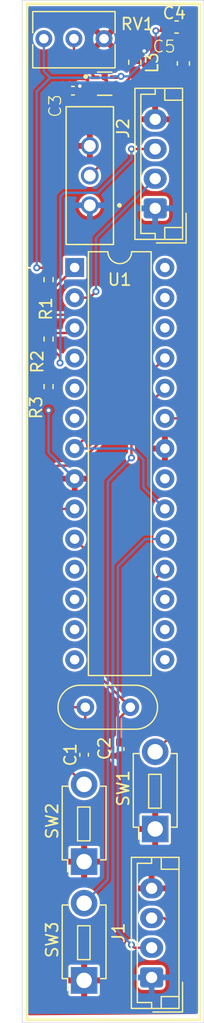
<source format=kicad_pcb>
(kicad_pcb (version 20240108) (generator "pcbnew") (generator_version "8.0")
  (layers (0 "F.Cu" signal) (31 "B.Cu" signal) (34 "B.Paste" user) (35 "F.Paste" user) (36 "B.SilkS" user "B.Silkscreen") (37 "F.SilkS" user "F.Silkscreen") (38 "B.Mask" user) (39 "F.Mask" user) (44 "Edge.Cuts" user))
  (net 0 "")
  (net 1 "Net-(U1-XTAL1{slash}PB6)")
  (net 2 "GND")
  (net 3 "Net-(U1-XTAL2{slash}PB7)")
  (net 4 "os1")
  (net 5 "os2")
  (net 6 "tx")
  (net 7 "rx")
  (net 8 "Net-(U1-~{RESET}{slash}PC6)")
  (net 9 "Net-(U1-PD1)")
  (net 13 "middle")
  (net 17 "left")
  (net 26 "Net-(C4-Pad2)")
  (net 27 "Net-(U3-SW)")
  (net 28 "Net-(U3-EN)")
  (net 29 "Right")
  (net 30 "vcc2")
  (net 31 "vcc1")
  (net 32 "Net-(U3-FB)")
  (footprint "Resistor_SMD:R_0402_1005Metric_Pad0.72x0.64mm_HandSolder" (layer "F.Cu") (at 106 86 90)
    (property "Reference" "R1" (at -2.46 -0.22 90) (layer "F.SilkS"))
    (property "Value" "10k")
    (fp_line (start -0.167621 -0.38) (end 0.167621 -0.38) (stroke (width 0.12)) (layer "F.SilkS"))
    (fp_line (start -0.167621 0.38) (end 0.167621 0.38) (stroke (width 0.12)) (layer "F.SilkS"))
    (pad "1" smd roundrect (at -0.5975 0 90) (size 0.715 0.64) (layers "F.Cu" "F.Paste" "F.Mask") (net 8 "Net-(U1-~{RESET}{slash}PC6)"))
    (pad "2" smd roundrect (at 0.5975 0 90) (size 0.715 0.64) (layers "F.Cu" "F.Paste" "F.Mask") (net 30 "vcc2"))
  )
  (footprint "Crystal:Crystal_HC52-8mm_Vertical" (layer "F.Cu") (at 112.9 122 180)
    (property "Reference" "Y2" (hide yes))
    (property "Value" "Crystal")
    (fp_line (start -0.45 1.85) (end 4.25 1.85) (stroke (width 0.12)) (layer "F.SilkS"))
    (fp_line (start -0.45 -1.85) (end 4.25 -1.85) (stroke (width 0.12)) (layer "F.SilkS"))
    (fp_arc (start 4.25 -1.85) (mid 6.1 0) (end 4.25 1.85) (stroke (width 0.12)) (layer "F.SilkS"))
    (fp_arc (start -0.45 1.85) (mid -2.3 0) (end -0.45 -1.85) (stroke (width 0.12)) (layer "F.SilkS"))
    (pad "1" thru_hole circle (at 0 0 180) (size 1.5 1.5) (drill 0.8) (layers "*.Cu" "*.Mask") (net 3 "Net-(U1-XTAL2{slash}PB7)"))
    (pad "2" thru_hole circle (at 3.8 0 180) (size 1.5 1.5) (drill 0.8) (layers "*.Cu" "*.Mask") (net 1 "Net-(U1-XTAL1{slash}PB6)"))
  )
  (footprint "Connector_JST:JST_EH_B4B-EH-A_1x04_P2.50mm_Vertical" (layer "F.Cu") (at 114.7 144.75 90)
    (property "Reference" "J1" (at 3.75 -2.8 90) (layer "F.SilkS"))
    (property "Value" "Conn_01x04_Socket" (hide yes))
    (fp_line (start 10.11 -1.71) (end -2.61 -1.71) (stroke (width 0.12)) (layer "F.SilkS"))
    (fp_line (start -2.61 -1.71) (end -2.61 2.31) (stroke (width 0.12)) (layer "F.SilkS"))
    (fp_line (start 9.61 -1.21) (end 9.61 0) (stroke (width 0.12)) (layer "F.SilkS"))
    (fp_line (start -2.11 -1.21) (end 9.61 -1.21) (stroke (width 0.12)) (layer "F.SilkS"))
    (fp_line (start 9.61 0) (end 10.11 0) (stroke (width 0.12)) (layer "F.SilkS"))
    (fp_line (start -2.11 0) (end -2.11 -1.21) (stroke (width 0.12)) (layer "F.SilkS"))
    (fp_line (start -2.61 0) (end -2.11 0) (stroke (width 0.12)) (layer "F.SilkS"))
    (fp_line (start -2.91 0.11) (end -2.91 2.61) (stroke (width 0.12)) (layer "F.SilkS"))
    (fp_line (start 10.11 0.81) (end 9.11 0.81) (stroke (width 0.12)) (layer "F.SilkS"))
    (fp_line (start 9.11 0.81) (end 9.11 2.31) (stroke (width 0.12)) (layer "F.SilkS"))
    (fp_line (start -1.61 0.81) (end -1.61 2.31) (stroke (width 0.12)) (layer "F.SilkS"))
    (fp_line (start -2.61 0.81) (end -1.61 0.81) (stroke (width 0.12)) (layer "F.SilkS"))
    (fp_line (start 10.11 2.31) (end 10.11 -1.71) (stroke (width 0.12)) (layer "F.SilkS"))
    (fp_line (start -2.61 2.31) (end 10.11 2.31) (stroke (width 0.12)) (layer "F.SilkS"))
    (fp_line (start -2.91 2.61) (end -0.41 2.61) (stroke (width 0.12)) (layer "F.SilkS"))
    (pad "1" thru_hole roundrect (at 0 0 90) (size 1.7 1.95) (drill 0.95) (layers "*.Cu" "*.Mask") (roundrect_rratio 0.147059) (net 31 "vcc1"))
    (pad "2" thru_hole oval (at 2.5 0 90) (size 1.7 1.95) (drill 0.95) (layers "*.Cu" "*.Mask") (net 4 "os1"))
    (pad "3" thru_hole oval (at 5 0 90) (size 1.7 1.95) (drill 0.95) (layers "*.Cu" "*.Mask") (net 5 "os2"))
    (pad "4" thru_hole oval (at 7.5 0 90) (size 1.7 1.95) (drill 0.95) (layers "*.Cu" "*.Mask") (net 2 "GND"))
  )
  (footprint "EG1218:SW_EG1218" (layer "F.Cu") (at 109.48 77.24 90)
    (property "Reference" "S2" (hide yes))
    (property "Value" "EG1218")
    (fp_line (start -5.8 -2) (end 5.8 -2) (stroke (width 0.127)) (layer "F.SilkS"))
    (fp_line (start 5.8 2) (end 5.8 -2) (stroke (width 0.127)) (layer "F.SilkS"))
    (fp_line (start -5.8 2) (end -5.8 -2) (stroke (width 0.127)) (layer "F.SilkS"))
    (fp_line (start -5.8 2) (end 5.8 2) (stroke (width 0.127)) (layer "F.SilkS"))
    (fp_circle (center -2.5 2.5) (end -2.5 2.4) (stroke (width 0.2)) (fill none) (layer "F.SilkS"))
    (pad "1" thru_hole circle (at -2.5 0 90) (size 1.508 1.508) (drill 1) (layers "*.Cu" "*.Mask") (net 31 "vcc1"))
    (pad "2" thru_hole circle (at 0 0 90) (size 1.508 1.508) (drill 1) (layers "*.Cu" "*.Mask") (net 28 "Net-(U3-EN)"))
    (pad "3" thru_hole circle (at 2.5 0 90) (size 1.508 1.508) (drill 1) (layers "*.Cu" "*.Mask") (net 2 "GND"))
  )
  (footprint "Package_DIP:DIP-28_W7.62mm" (layer "F.Cu") (at 108.2 84.98)
    (property "Reference" "U1" (at 3.8 1.02 0) (layer "F.SilkS"))
    (property "Value" "ATmega328P-P" (hide yes))
    (fp_line (start 1.16 -1.33) (end 1.16 34.35) (stroke (width 0.12)) (layer "F.SilkS"))
    (fp_line (start 1.16 34.35) (end 6.46 34.35) (stroke (width 0.12)) (layer "F.SilkS"))
    (fp_line (start 2.81 -1.33) (end 1.16 -1.33) (stroke (width 0.12)) (layer "F.SilkS"))
    (fp_line (start 6.46 -1.33) (end 4.81 -1.33) (stroke (width 0.12)) (layer "F.SilkS"))
    (fp_line (start 6.46 34.35) (end 6.46 -1.33) (stroke (width 0.12)) (layer "F.SilkS"))
    (fp_arc (start 4.81 -1.33) (mid 3.81 -0.33) (end 2.81 -1.33) (stroke (width 0.12)) (layer "F.SilkS"))
    (pad "1" thru_hole rect (at 0 0) (size 1.6 1.6) (drill 0.8) (layers "*.Cu" "*.Mask") (net 8 "Net-(U1-~{RESET}{slash}PC6)"))
    (pad "2" thru_hole oval (at 0 2.54) (size 1.6 1.6) (drill 0.8) (layers "*.Cu" "*.Mask") (net 6 "tx"))
    (pad "3" thru_hole oval (at 0 5.08) (size 1.6 1.6) (drill 0.8) (layers "*.Cu" "*.Mask") (net 9 "Net-(U1-PD1)"))
    (pad "4" thru_hole oval (at 0 7.62) (size 1.6 1.6) (drill 0.8) (layers "*.Cu" "*.Mask"))
    (pad "5" thru_hole oval (at 0 10.16) (size 1.6 1.6) (drill 0.8) (layers "*.Cu" "*.Mask"))
    (pad "6" thru_hole oval (at 0 12.7) (size 1.6 1.6) (drill 0.8) (layers "*.Cu" "*.Mask"))
    (pad "7" thru_hole oval (at 0 15.24) (size 1.6 1.6) (drill 0.8) (layers "*.Cu" "*.Mask") (net 30 "vcc2"))
    (pad "8" thru_hole oval (at 0 17.78) (size 1.6 1.6) (drill 0.8) (layers "*.Cu" "*.Mask") (net 2 "GND"))
    (pad "9" thru_hole oval (at 0 20.32) (size 1.6 1.6) (drill 0.8) (layers "*.Cu" "*.Mask") (net 1 "Net-(U1-XTAL1{slash}PB6)"))
    (pad "10" thru_hole oval (at 0 22.86) (size 1.6 1.6) (drill 0.8) (layers "*.Cu" "*.Mask") (net 3 "Net-(U1-XTAL2{slash}PB7)"))
    (pad "11" thru_hole oval (at 0 25.4) (size 1.6 1.6) (drill 0.8) (layers "*.Cu" "*.Mask"))
    (pad "12" thru_hole oval (at 0 27.94) (size 1.6 1.6) (drill 0.8) (layers "*.Cu" "*.Mask"))
    (pad "13" thru_hole oval (at 0 30.48) (size 1.6 1.6) (drill 0.8) (layers "*.Cu" "*.Mask"))
    (pad "14" thru_hole oval (at 0 33.02) (size 1.6 1.6) (drill 0.8) (layers "*.Cu" "*.Mask"))
    (pad "15" thru_hole oval (at 7.62 33.02) (size 1.6 1.6) (drill 0.8) (layers "*.Cu" "*.Mask"))
    (pad "16" thru_hole oval (at 7.62 30.48) (size 1.6 1.6) (drill 0.8) (layers "*.Cu" "*.Mask"))
    (pad "17" thru_hole oval (at 7.62 27.94) (size 1.6 1.6) (drill 0.8) (layers "*.Cu" "*.Mask"))
    (pad "18" thru_hole oval (at 7.62 25.4) (size 1.6 1.6) (drill 0.8) (layers "*.Cu" "*.Mask") (net 5 "os2"))
    (pad "19" thru_hole oval (at 7.62 22.86) (size 1.6 1.6) (drill 0.8) (layers "*.Cu" "*.Mask") (net 4 "os1"))
    (pad "20" thru_hole oval (at 7.62 20.32) (size 1.6 1.6) (drill 0.8) (layers "*.Cu" "*.Mask") (net 30 "vcc2"))
    (pad "21" thru_hole oval (at 7.62 17.78) (size 1.6 1.6) (drill 0.8) (layers "*.Cu" "*.Mask"))
    (pad "22" thru_hole oval (at 7.62 15.24) (size 1.6 1.6) (drill 0.8) (layers "*.Cu" "*.Mask") (net 2 "GND"))
    (pad "23" thru_hole oval (at 7.62 12.7) (size 1.6 1.6) (drill 0.8) (layers "*.Cu" "*.Mask") (net 17 "left"))
    (pad "24" thru_hole oval (at 7.62 10.16) (size 1.6 1.6) (drill 0.8) (layers "*.Cu" "*.Mask") (net 29 "Right"))
    (pad "25" thru_hole oval (at 7.62 7.62) (size 1.6 1.6) (drill 0.8) (layers "*.Cu" "*.Mask") (net 13 "middle"))
    (pad "26" thru_hole oval (at 7.62 5.08) (size 1.6 1.6) (drill 0.8) (layers "*.Cu" "*.Mask"))
    (pad "27" thru_hole oval (at 7.62 2.54) (size 1.6 1.6) (drill 0.8) (layers "*.Cu" "*.Mask"))
    (pad "28" thru_hole oval (at 7.62 0) (size 1.6 1.6) (drill 0.8) (layers "*.Cu" "*.Mask"))
  )
  (footprint "Resistor_SMD:R_0402_1005Metric_Pad0.72x0.64mm_HandSolder" (layer "F.Cu") (at 106 95 -90)
    (property "Reference" "R3" (at 1.77 1.05 -90) (layer "F.SilkS"))
    (property "Value" "1k")
    (fp_line (start -0.167621 0.38) (end 0.167621 0.38) (stroke (width 0.12)) (layer "F.SilkS"))
    (fp_line (start -0.167621 -0.38) (end 0.167621 -0.38) (stroke (width 0.12)) (layer "F.SilkS"))
    (pad "1" smd roundrect (at -0.5975 0 270) (size 0.715 0.64) (layers "F.Cu" "F.Paste" "F.Mask") (net 7 "rx"))
    (pad "2" smd roundrect (at 0.5975 0 270) (size 0.715 0.64) (layers "F.Cu" "F.Paste" "F.Mask") (net 2 "GND"))
  )
  (footprint "Capacitor_SMD:C_0402_1005Metric_Pad0.74x0.62mm_HandSolder" (layer "F.Cu") (at 108.06 70.09)
    (property "Reference" "C3" (hide yes))
    (property "Value" "10u")
    (fp_line (start -0.115835 -0.36) (end 0.115835 -0.36) (stroke (width 0.12)) (layer "F.SilkS"))
    (fp_line (start -0.115835 0.36) (end 0.115835 0.36) (stroke (width 0.12)) (layer "F.SilkS"))
    (pad "1" smd roundrect (at -0.5675 0) (size 0.735 0.62) (layers "F.Cu" "F.Paste" "F.Mask") (net 2 "GND"))
    (pad "2" smd roundrect (at 0.5675 0) (size 0.735 0.62) (layers "F.Cu" "F.Paste" "F.Mask") (net 31 "vcc1"))
  )
  (footprint "Capacitor_SMD:C_0402_1005Metric_Pad0.74x0.62mm_HandSolder" (layer "F.Cu") (at 109 126 90)
    (property "Reference" "C1" (at 0 -1.16 90) (layer "F.SilkS"))
    (property "Value" "22p")
    (fp_line (start -0.115835 -0.36) (end 0.115835 -0.36) (stroke (width 0.12)) (layer "F.SilkS"))
    (fp_line (start -0.115835 0.36) (end 0.115835 0.36) (stroke (width 0.12)) (layer "F.SilkS"))
    (pad "1" smd roundrect (at -0.5675 0 90) (size 0.735 0.62) (layers "F.Cu" "F.Paste" "F.Mask") (net 2 "GND"))
    (pad "2" smd roundrect (at 0.5675 0 90) (size 0.735 0.62) (layers "F.Cu" "F.Paste" "F.Mask") (net 1 "Net-(U1-XTAL1{slash}PB6)"))
  )
  (footprint "Capacitor_SMD:C_0603_1608Metric_Pad1.08x0.95mm_HandSolder" (layer "F.Cu") (at 117.38 67.8 -90)
    (property "Reference" "C5" (hide yes))
    (property "Value" "22u")
    (fp_line (start -0.146267 0.51) (end 0.146267 0.51) (stroke (width 0.12)) (layer "F.SilkS"))
    (fp_line (start -0.146267 -0.51) (end 0.146267 -0.51) (stroke (width 0.12)) (layer "F.SilkS"))
    (pad "1" smd roundrect (at -0.8625 0 270) (size 1.075 0.95) (layers "F.Cu" "F.Paste" "F.Mask") (net 26 "Net-(C4-Pad2)"))
    (pad "2" smd roundrect (at 0.8625 0 270) (size 1.075 0.95) (layers "F.Cu" "F.Paste" "F.Mask") (net 2 "GND"))
  )
  (footprint "Connector_JST:JST_EH_B4B-EH-A_1x04_P2.50mm_Vertical" (layer "F.Cu") (at 115 80 90)
    (property "Reference" "J2" (at 6.75 -2.71 90) (layer "F.SilkS"))
    (property "Value" "Conn_01x04_Socket" (hide yes))
    (fp_line (start 10.11 -1.71) (end -2.61 -1.71) (stroke (width 0.12)) (layer "F.SilkS"))
    (fp_line (start -2.61 -1.71) (end -2.61 2.31) (stroke (width 0.12)) (layer "F.SilkS"))
    (fp_line (start 9.61 -1.21) (end 9.61 0) (stroke (width 0.12)) (layer "F.SilkS"))
    (fp_line (start -2.11 -1.21) (end 9.61 -1.21) (stroke (width 0.12)) (layer "F.SilkS"))
    (fp_line (start 9.61 0) (end 10.11 0) (stroke (width 0.12)) (layer "F.SilkS"))
    (fp_line (start -2.11 0) (end -2.11 -1.21) (stroke (width 0.12)) (layer "F.SilkS"))
    (fp_line (start -2.61 0) (end -2.11 0) (stroke (width 0.12)) (layer "F.SilkS"))
    (fp_line (start -2.91 0.11) (end -2.91 2.61) (stroke (width 0.12)) (layer "F.SilkS"))
    (fp_line (start 10.11 0.81) (end 9.11 0.81) (stroke (width 0.12)) (layer "F.SilkS"))
    (fp_line (start 9.11 0.81) (end 9.11 2.31) (stroke (width 0.12)) (layer "F.SilkS"))
    (fp_line (start -1.61 0.81) (end -1.61 2.31) (stroke (width 0.12)) (layer "F.SilkS"))
    (fp_line (start -2.61 0.81) (end -1.61 0.81) (stroke (width 0.12)) (layer "F.SilkS"))
    (fp_line (start 10.11 2.31) (end 10.11 -1.71) (stroke (width 0.12)) (layer "F.SilkS"))
    (fp_line (start -2.61 2.31) (end 10.11 2.31) (stroke (width 0.12)) (layer "F.SilkS"))
    (fp_line (start -2.91 2.61) (end -0.41 2.61) (stroke (width 0.12)) (layer "F.SilkS"))
    (pad "1" thru_hole roundrect (at 0 0 90) (size 1.7 1.95) (drill 0.95) (layers "*.Cu" "*.Mask") (roundrect_rratio 0.147059) (net 31 "vcc1"))
    (pad "2" thru_hole oval (at 2.5 0 90) (size 1.7 1.95) (drill 0.95) (layers "*.Cu" "*.Mask") (net 6 "tx"))
    (pad "3" thru_hole oval (at 5 0 90) (size 1.7 1.95) (drill 0.95) (layers "*.Cu" "*.Mask") (net 7 "rx"))
    (pad "4" thru_hole oval (at 7.5 0 90) (size 1.7 1.95) (drill 0.95) (layers "*.Cu" "*.Mask") (net 2 "GND"))
  )
  (footprint "Button_Switch_THT:SW_PUSH_1P1T_6x3.5mm_H4.3_APEM_MJTP1243" (layer "F.Cu") (at 115 132.25 90)
    (property "Reference" "SW1" (at 3.42 -2.7 90) (layer "F.SilkS"))
    (property "Value" "SW_Push")
    (fp_line (start 6.35 -1.85) (end 0.15 -1.85) (stroke (width 0.12)) (layer "F.SilkS"))
    (fp_line (start 6.35 -1.85) (end 6.35 -1.39) (stroke (width 0.12)) (layer "F.SilkS"))
    (fp_line (start 0.15 -1.85) (end 0.15 -1.39) (stroke (width 0.12)) (layer "F.SilkS"))
    (fp_line (start 0.15 -1.39) (end -0.85 -1.39) (stroke (width 0.12)) (layer "F.SilkS"))
    (fp_line (start 6.35 1.39) (end 6.35 1.85) (stroke (width 0.12)) (layer "F.SilkS"))
    (fp_line (start 0.15 1.39) (end 0.15 1.85) (stroke (width 0.12)) (layer "F.SilkS"))
    (fp_line (start 0.15 1.85) (end 6.35 1.85) (stroke (width 0.12)) (layer "F.SilkS"))
    (fp_rect (start 1.75 -0.55) (end 4.6 0.5) (stroke (width 0.12)) (fill none) (layer "F.SilkS"))
    (pad "1" thru_hole rect (at 0 0 180) (size 2.25 2.25) (drill 1.3) (layers "*.Cu" "*.Mask") (net 2 "GND"))
    (pad "2" thru_hole circle (at 6.5 0 180) (size 2.25 2.25) (drill 1.3) (layers "*.Cu" "*.Mask") (net 17 "left"))
  )
  (footprint "TPS61023DRLT:SOT50P160X60-6N" (layer "F.Cu") (at 110.735 69.5)
    (property "Reference" "U3" (hide yes))
    (property "Value" "TPS61023DRLT" (hide yes))
    (fp_line (start -0.6 -0.975) (end 0.6 -0.975) (stroke (width 0.127)) (layer "F.SilkS"))
    (fp_line (start -0.6 0.975) (end 0.6 0.975) (stroke (width 0.127)) (layer "F.SilkS"))
    (fp_circle (center -1.6 -0.6) (end -1.6 -0.7) (stroke (width 0.2)) (fill none) (layer "F.SilkS"))
    (pad "1" smd rect (at -0.79 -0.53) (size 0.66 0.31) (layers "F.Cu" "F.Paste" "F.Mask") (net 32 "Net-(U3-FB)"))
    (pad "2" smd rect (at -0.8 -0.01) (size 0.66 0.31) (layers "F.Cu" "F.Paste" "F.Mask") (net 28 "Net-(U3-EN)"))
    (pad "3" smd rect (at -0.82 0.5) (size 0.66 0.31) (layers "F.Cu" "F.Paste" "F.Mask") (net 31 "vcc1"))
    (pad "4" smd rect (at 0.78 0.52) (size 0.66 0.31) (layers "F.Cu" "F.Paste" "F.Mask") (net 2 "GND"))
    (pad "5" smd rect (at 0.83 -0.01) (size 0.66 0.31) (layers "F.Cu" "F.Paste" "F.Mask") (net 27 "Net-(U3-SW)"))
    (pad "6" smd rect (at 0.79 -0.55) (size 0.66 0.31) (layers "F.Cu" "F.Paste" "F.Mask") (net 30 "vcc2"))
  )
  (footprint "Inductor_SMD:L_0603_1608Metric_Pad1.05x0.95mm_HandSolder" (layer "F.Cu") (at 113.28 67.695 -90)
    (property "Reference" "L3" (at 0.045 -1.46 90) (layer "F.SilkS"))
    (property "Value" "1u")
    (fp_line (start -0.171267 0.51) (end 0.171267 0.51) (stroke (width 0.12)) (layer "F.SilkS"))
    (fp_line (start -0.171267 -0.51) (end 0.171267 -0.51) (stroke (width 0.12)) (layer "F.SilkS"))
    (pad "1" smd roundrect (at -0.875 0 270) (size 1.05 0.95) (layers "F.Cu" "F.Paste" "F.Mask") (net 31 "vcc1"))
    (pad "2" smd roundrect (at 0.875 0 270) (size 1.05 0.95) (layers "F.Cu" "F.Paste" "F.Mask") (net 27 "Net-(U3-SW)"))
  )
  (footprint "Button_Switch_THT:SW_PUSH_1P1T_6x3.5mm_H4.3_APEM_MJTP1243" (layer "F.Cu") (at 109 135 90)
    (property "Reference" "SW2" (at 3.42 -2.7 90) (layer "F.SilkS"))
    (property "Value" "SW_Push")
    (fp_line (start 6.35 -1.85) (end 0.15 -1.85) (stroke (width 0.12)) (layer "F.SilkS"))
    (fp_line (start 6.35 -1.85) (end 6.35 -1.39) (stroke (width 0.12)) (layer "F.SilkS"))
    (fp_line (start 0.15 -1.85) (end 0.15 -1.39) (stroke (width 0.12)) (layer "F.SilkS"))
    (fp_line (start 0.15 -1.39) (end -0.85 -1.39) (stroke (width 0.12)) (layer "F.SilkS"))
    (fp_line (start 6.35 1.39) (end 6.35 1.85) (stroke (width 0.12)) (layer "F.SilkS"))
    (fp_line (start 0.15 1.39) (end 0.15 1.85) (stroke (width 0.12)) (layer "F.SilkS"))
    (fp_line (start 0.15 1.85) (end 6.35 1.85) (stroke (width 0.12)) (layer "F.SilkS"))
    (fp_rect (start 1.75 -0.55) (end 4.6 0.5) (stroke (width 0.12)) (fill none) (layer "F.SilkS"))
    (pad "1" thru_hole rect (at 0 0 180) (size 2.25 2.25) (drill 1.3) (layers "*.Cu" "*.Mask") (net 2 "GND"))
    (pad "2" thru_hole circle (at 6.5 0 180) (size 2.25 2.25) (drill 1.3) (layers "*.Cu" "*.Mask") (net 13 "middle"))
  )
  (footprint "Button_Switch_THT:SW_PUSH_1P1T_6x3.5mm_H4.3_APEM_MJTP1243" (layer "F.Cu") (at 109 145 90)
    (property "Reference" "SW3" (at 3.42 -2.7 90) (layer "F.SilkS"))
    (property "Value" "SW_Push" (hide yes))
    (fp_line (start 6.35 -1.85) (end 0.15 -1.85) (stroke (width 0.12)) (layer "F.SilkS"))
    (fp_line (start 6.35 -1.85) (end 6.35 -1.39) (stroke (width 0.12)) (layer "F.SilkS"))
    (fp_line (start 0.15 -1.85) (end 0.15 -1.39) (stroke (width 0.12)) (layer "F.SilkS"))
    (fp_line (start 0.15 -1.39) (end -0.85 -1.39) (stroke (width 0.12)) (layer "F.SilkS"))
    (fp_line (start 6.35 1.39) (end 6.35 1.85) (stroke (width 0.12)) (layer "F.SilkS"))
    (fp_line (start 0.15 1.39) (end 0.15 1.85) (stroke (width 0.12)) (layer "F.SilkS"))
    (fp_line (start 0.15 1.85) (end 6.35 1.85) (stroke (width 0.12)) (layer "F.SilkS"))
    (fp_rect (start 1.75 -0.55) (end 4.6 0.5) (stroke (width 0.12)) (fill none) (layer "F.SilkS"))
    (pad "1" thru_hole rect (at 0 0 180) (size 2.25 2.25) (drill 1.3) (layers "*.Cu" "*.Mask") (net 2 "GND"))
    (pad "2" thru_hole circle (at 6.5 0 180) (size 2.25 2.25) (drill 1.3) (layers "*.Cu" "*.Mask") (net 29 "Right"))
  )
  (footprint "Capacitor_SMD:C_0402_1005Metric_Pad0.74x0.62mm_HandSolder" (layer "F.Cu") (at 112 125.52 -90)
    (property "Reference" "C2" (at -0.05 1.29 -90) (layer "F.SilkS"))
    (property "Value" "22p")
    (fp_line (start -0.115835 0.36) (end 0.115835 0.36) (stroke (width 0.12)) (layer "F.SilkS"))
    (fp_line (start -0.115835 -0.36) (end 0.115835 -0.36) (stroke (width 0.12)) (layer "F.SilkS"))
    (pad "1" smd roundrect (at -0.5675 0 270) (size 0.735 0.62) (layers "F.Cu" "F.Paste" "F.Mask") (net 3 "Net-(U1-XTAL2{slash}PB7)"))
    (pad "2" smd roundrect (at 0.5675 0 270) (size 0.735 0.62) (layers "F.Cu" "F.Paste" "F.Mask") (net 2 "GND"))
  )
  (footprint "Potentiometer_THT:Potentiometer_Bourns_3266Y_Vertical" (layer "F.Cu") (at 110.68 65.71)
    (property "Reference" "RV1" (at 2.83 -1.23 0) (layer "F.SilkS"))
    (property "Value" "R_Potentiometer")
    (fp_line (start -6.015 -2.28) (end -6.015 -0.494) (stroke (width 0.12)) (layer "F.SilkS"))
    (fp_line (start -6.015 -2.28) (end 0.935 -2.28) (stroke (width 0.12)) (layer "F.SilkS"))
    (fp_line (start -6.015 0.496) (end -6.015 2.46) (stroke (width 0.12)) (layer "F.SilkS"))
    (fp_line (start -6.015 2.46) (end 0.935 2.46) (stroke (width 0.12)) (layer "F.SilkS"))
    (fp_line (start 0.935 -2.28) (end 0.935 -0.494) (stroke (width 0.12)) (layer "F.SilkS"))
    (fp_line (start 0.935 0.496) (end 0.935 2.46) (stroke (width 0.12)) (layer "F.SilkS"))
    (pad "1" thru_hole circle (at 0 0) (size 1.44 1.44) (drill 0.8) (layers "*.Cu" "*.Mask") (net 2 "GND"))
    (pad "2" thru_hole circle (at -2.54 0) (size 1.44 1.44) (drill 0.8) (layers "*.Cu" "*.Mask") (net 32 "Net-(U3-FB)"))
    (pad "3" thru_hole circle (at -5.08 0) (size 1.44 1.44) (drill 0.8) (layers "*.Cu" "*.Mask") (net 30 "vcc2"))
  )
  (footprint "Capacitor_SMD:C_0603_1608Metric_Pad1.08x0.95mm_HandSolder" (layer "F.Cu") (at 116.81 64.73)
    (property "Reference" "C4" (at -0.2 -1.17 0) (layer "F.SilkS"))
    (property "Value" "22u")
    (fp_line (start -0.146267 -0.51) (end 0.146267 -0.51) (stroke (width 0.12)) (layer "F.SilkS"))
    (fp_line (start -0.146267 0.51) (end 0.146267 0.51) (stroke (width 0.12)) (layer "F.SilkS"))
    (pad "1" smd roundrect (at -0.8625 0) (size 1.075 0.95) (layers "F.Cu" "F.Paste" "F.Mask") (net 30 "vcc2"))
    (pad "2" smd roundrect (at 0.8625 0) (size 1.075 0.95) (layers "F.Cu" "F.Paste" "F.Mask") (net 26 "Net-(C4-Pad2)"))
  )
  (footprint "Resistor_SMD:R_0402_1005Metric_Pad0.72x0.64mm_HandSolder" (layer "F.Cu") (at 106 91 90)
    (property "Reference" "R2" (at -1.91 -0.95 90) (layer "F.SilkS"))
    (property "Value" "2k")
    (fp_line (start -0.167621 -0.38) (end 0.167621 -0.38) (stroke (width 0.12)) (layer "F.SilkS"))
    (fp_line (start -0.167621 0.38) (end 0.167621 0.38) (stroke (width 0.12)) (layer "F.SilkS"))
    (pad "1" smd roundrect (at -0.5975 0 90) (size 0.715 0.64) (layers "F.Cu" "F.Paste" "F.Mask") (net 7 "rx"))
    (pad "2" smd roundrect (at 0.5975 0 90) (size 0.715 0.64) (layers "F.Cu" "F.Paste" "F.Mask") (net 9 "Net-(U1-PD1)"))
  )
  (gr_rect (start 104.19 62.78) (end 118.76 148.31) (stroke (width 0.2)) (fill none) (layer "F.SilkS"))
  (gr_rect (start 103.77 62.48) (end 119.11 148.57) (stroke (width 0.05)) (fill none) (layer "Edge.Cuts"))
  (gr_text "C5\n" (at 114.71 66.96 0) (layer "F.SilkS") (effects (font (size 1 1) (thickness 0.1)) (justify left bottom)))
  (gr_text "C3\n" (at 107.14 72.42 90) (layer "F.SilkS") (effects (font (size 1 1) (thickness 0.1)) (justify left bottom)))
  (segment (start 109.1 122) (end 109.1 122.9) (width 0.2) (layer "F.Cu") (net 1))
  (segment (start 108 122) (end 106 120) (width 0.2) (layer "F.Cu") (net 1))
  (segment (start 109.1 122.9) (end 109 123) (width 0.2) (layer "F.Cu") (net 1))
  (segment (start 106 106) (end 106.7 105.3) (width 0.2) (layer "F.Cu") (net 1))
  (segment (start 106 120) (end 106 106) (width 0.2) (layer "F.Cu") (net 1))
  (segment (start 109.1 122) (end 108 122) (width 0.2) (layer "F.Cu") (net 1))
  (segment (start 106.7 105.3) (end 108.2 105.3) (width 0.2) (layer "F.Cu") (net 1))
  (segment (start 109 123) (end 109 125.52) (width 0.2) (layer "F.Cu") (net 1))
  (segment (start 114.48 71.98) (end 115 72.5) (width 0.2) (layer "F.Cu") (net 2))
  (segment (start 115 136.95) (end 114.7 137.25) (width 0.2) (layer "F.Cu") (net 2))
  (segment (start 115.82 100.22) (end 116.22 100.22) (width 0.2) (layer "F.Cu") (net 2))
  (segment (start 106 95.51) (end 106 97) (width 0.2) (layer "F.Cu") (net 2))
  (via (at 106 97) (size 0.6) (drill 0.3) (layers "F.Cu" "B.Cu") (net 2))
  (segment (start 106 100.56) (end 108.2 102.76) (width 0.2) (layer "B.Cu") (net 2))
  (segment (start 106 97) (end 106 100.56) (width 0.2) (layer "B.Cu") (net 2))
  (segment (start 109.3 118.7) (end 109.3 108.94) (width 0.2) (layer "F.Cu") (net 3))
  (segment (start 109 119) (end 109.3 118.7) (width 0.2) (layer "F.Cu") (net 3))
  (segment (start 109.9 119) (end 109 119) (width 0.2) (layer "F.Cu") (net 3))
  (segment (start 112 125.04) (end 112 122.9) (width 0.2) (layer "F.Cu") (net 3))
  (segment (start 112.9 122) (end 109.9 119) (width 0.2) (layer "F.Cu") (net 3))
  (segment (start 112 122.9) (end 112.9 122) (width 0.2) (layer "F.Cu") (net 3))
  (segment (start 109.3 108.94) (end 108.2 107.84) (width 0.2) (layer "F.Cu") (net 3))
  (segment (start 114.7 142.25) (end 113.25 142.25) (width 0.2) (layer "F.Cu") (net 4))
  (segment (start 113.25 142.25) (end 113 142) (width 0.2) (layer "F.Cu") (net 4))
  (via (at 113 142) (size 0.6) (drill 0.3) (layers "F.Cu" "B.Cu") (net 4))
  (segment (start 111.85 140.85) (end 111.85 110.15) (width 0.2) (layer "B.Cu") (net 4))
  (segment (start 111.85 110.15) (end 114.16 107.84) (width 0.2) (layer "B.Cu") (net 4))
  (segment (start 114.16 107.84) (end 115.82 107.84) (width 0.2) (layer "B.Cu") (net 4))
  (segment (start 113 142) (end 111.85 140.85) (width 0.2) (layer "B.Cu") (net 4))
  (segment (start 117 139) (end 116 140) (width 0.2) (layer "F.Cu") (net 5))
  (segment (start 115.75 139.75) (end 114.7 139.75) (width 0.2) (layer "F.Cu") (net 5))
  (segment (start 114.2 112) (end 115.82 110.38) (width 0.2) (layer "F.Cu") (net 5))
  (segment (start 116 140) (end 115.75 139.75) (width 0.2) (layer "F.Cu") (net 5))
  (segment (start 113.575 124.425) (end 113.575 129.575) (width 0.2) (layer "F.Cu") (net 5))
  (segment (start 113.575 129.575) (end 114 130) (width 0.2) (layer "F.Cu") (net 5))
  (segment (start 114 112) (end 114 124) (width 0.2) (layer "F.Cu") (net 5))
  (segment (start 114 130) (end 117 130) (width 0.2) (layer "F.Cu") (net 5))
  (segment (start 114 124) (end 113.575 124.425) (width 0.2) (layer "F.Cu") (net 5))
  (segment (start 117 130) (end 117 139) (width 0.2) (layer "F.Cu") (net 5))
  (segment (start 114 112) (end 114.2 112) (width 0.2) (layer "F.Cu") (net 5))
  (segment (start 108.2 87.52) (end 109.48 87.52) (width 0.2) (layer "F.Cu") (net 6))
  (segment (start 109.48 87.52) (end 110 87) (width 0.2) (layer "F.Cu") (net 6))
  (via (at 110 87) (size 0.6) (drill 0.3) (layers "F.Cu" "B.Cu") (net 6))
  (segment (start 110 87) (end 110 82.5) (width 0.2) (layer "B.Cu") (net 6))
  (segment (start 110 82.5) (end 115 77.5) (width 0.2) (layer "B.Cu") (net 6))
  (segment (start 115 75) (end 113 75) (width 0.2) (layer "F.Cu") (net 7))
  (segment (start 106.96671 92.47671) (end 106 91.51) (width 0.2) (layer "F.Cu") (net 7))
  (segment (start 106 91.51) (end 106 94.49) (width 0.2) (layer "F.Cu") (net 7))
  (segment (start 106.96671 93.011097) (end 106.96671 92.47671) (width 0.2) (layer "F.Cu") (net 7))
  (via (at 113 75) (size 0.6) (drill 0.3) (layers "F.Cu" "B.Cu") (net 7))
  (via (at 106.96671 93.011097) (size 0.6) (drill 0.3) (layers "F.Cu" "B.Cu") (net 7))
  (segment (start 107 79) (end 107.314 78.686) (width 0.2) (layer "B.Cu") (net 7))
  (segment (start 110.162529 78.686) (end 113 75.848529) (width 0.2) (layer "B.Cu") (net 7))
  (segment (start 107 92.977807) (end 106.96671 93.011097) (width 0.2) (layer "B.Cu") (net 7))
  (segment (start 107 79) (end 107 92.977807) (width 0.2) (layer "B.Cu") (net 7))
  (segment (start 113 75) (end 113 75.848529) (width 0.2) (layer "B.Cu") (net 7))
  (segment (start 107.314 78.686) (end 110.162529 78.686) (width 0.2) (layer "B.Cu") (net 7))
  (segment (start 106.67 86.51) (end 106 86.51) (width 0.2) (layer "F.Cu") (net 8))
  (segment (start 108.2 84.98) (end 106.67 86.51) (width 0.2) (layer "F.Cu") (net 8))
  (segment (start 107.77 90.49) (end 108.2 90.06) (width 0.2) (layer "F.Cu") (net 9))
  (segment (start 106 90.49) (end 107.77 90.49) (width 0.2) (layer "F.Cu") (net 9))
  (segment (start 108.34 101.66) (end 114.72 95.28) (width 0.2) (layer "F.Cu") (net 13))
  (segment (start 114.72 95.28) (end 114.72 93.7) (width 0.2) (layer "F.Cu") (net 13))
  (segment (start 105.4 103) (end 106.74 101.66) (width 0.2) (layer "F.Cu") (net 13))
  (segment (start 109 128.5) (end 105.4 124.9) (width 0.2) (layer "F.Cu") (net 13))
  (segment (start 106.74 101.66) (end 108.34 101.66) (width 0.2) (layer "F.Cu") (net 13))
  (segment (start 114.72 93.7) (end 115.82 92.6) (width 0.2) (layer "F.Cu") (net 13))
  (segment (start 105.4 124.9) (end 105.4 103) (width 0.2) (layer "F.Cu") (net 13))
  (segment (start 117.6 123.15) (end 117.6 97) (width 0.2) (layer "F.Cu") (net 17))
  (segment (start 115 125.75) (end 117.6 123.15) (width 0.2) (layer "F.Cu") (net 17))
  (segment (start 117.6 97) (end 116.92 97.68) (width 0.2) (layer "F.Cu") (net 17))
  (segment (start 116.92 97.68) (end 115.82 97.68) (width 0.2) (layer "F.Cu") (net 17))
  (segment (start 117.38 66.9375) (end 117.38 65.0225) (width 0.2) (layer "F.Cu") (net 26))
  (segment (start 117.38 65.0225) (end 117.6725 64.73) (width 0.2) (layer "F.Cu") (net 26))
  (segment (start 112.36 69.49) (end 113.28 68.57) (width 0.2) (layer "F.Cu") (net 27))
  (segment (start 111.565 69.49) (end 112.36 69.49) (width 0.2) (layer "F.Cu") (net 27))
  (segment (start 110 69.5) (end 110.53 69.5) (width 0.2) (layer "F.Cu") (net 28))
  (segment (start 110.84 69.81) (end 110.84 70.84) (width 0.2) (layer "F.Cu") (net 28))
  (segment (start 110.827 75.893) (end 110.827 73.827) (width 0.2) (layer "F.Cu") (net 28))
  (segment (start 111 71) (end 111 73.654) (width 0.2) (layer "F.Cu") (net 28))
  (segment (start 109.48 77.24) (end 110.827 75.893) (width 0.2) (layer "F.Cu") (net 28))
  (segment (start 110.53 69.5) (end 110.84 69.81) (width 0.2) (layer "F.Cu") (net 28))
  (segment (start 110.84 70.84) (end 111 71) (width 0.2) (layer "F.Cu") (net 28))
  (segment (start 111 73.654) (end 110.827 73.827) (width 0.2) (layer "F.Cu") (net 28))
  (segment (start 113 97.96) (end 113 101) (width 0.2) (layer "F.Cu") (net 29))
  (segment (start 115.82 95.14) (end 113 97.96) (width 0.2) (layer "F.Cu") (net 29))
  (via (at 113 101) (size 0.6) (drill 0.3) (layers "F.Cu" "B.Cu") (net 29))
  (segment (start 111 136.5) (end 109 138.5) (width 0.2) (layer "B.Cu") (net 29))
  (segment (start 113 101) (end 111 103) (width 0.2) (layer "B.Cu") (net 29))
  (segment (start 111 103) (end 111 136.5) (width 0.2) (layer "B.Cu") (net 29))
  (segment (start 105 88) (end 105 86.49) (width 0.2) (layer "F.Cu") (net 30))
  (segment (start 105.96 88.96) (end 105 88) (width 0.2) (layer "F.Cu") (net 30))
  (segment (start 112.046407 68.95) (end 112.111909 68.884498) (width 0.2) (layer "F.Cu") (net 30))
  (segment (start 105 86.49) (end 106 85.49) (width 0.2) (layer "F.Cu") (net 30))
  (segment (start 109.96 88.96) (end 105.96 88.96) (width 0.2) (layer "F.Cu") (net 30))
  (segment (start 111 97.42) (end 111 90) (width 0.2) (layer "F.Cu") (net 30))
  (segment (start 111.525 68.95) (end 111.528343 68.953343) (width 0.2) (layer "F.Cu") (net 30))
  (segment (start 105 85) (end 105.51 85) (width 0.2) (layer "F.Cu") (net 30))
  (segment (start 108.2 100.22) (end 111 97.42) (width 0.2) (layer "F.Cu") (net 30))
  (segment (start 115.6275 65.05) (end 115.9475 64.73) (width 0.2) (layer "F.Cu") (net 30))
  (segment (start 111.525 68.95) (end 112.046407 68.95) (width 0.2) (layer "F.Cu") (net 30))
  (segment (start 111 90) (end 109.96 88.96) (width 0.2) (layer "F.Cu") (net 30))
  (segment (start 115.05 65.05) (end 115.6275 65.05) (width 0.2) (layer "F.Cu") (net 30))
  (segment (start 105.51 85) (end 106 85.49) (width 0.2) (layer "F.Cu") (net 30))
  (via (at 112.111909 68.884498) (size 0.6) (drill 0.3) (layers "F.Cu" "B.Cu") (net 30))
  (via (at 115.05 65.05) (size 0.6) (drill 0.3) (layers "F.Cu" "B.Cu") (net 30))
  (via (at 105 85) (size 0.6) (drill 0.3) (layers "F.Cu" "B.Cu") (net 30))
  (segment (start 114 103.48) (end 115.82 105.3) (width 0.2) (layer "B.Cu") (net 30))
  (segment (start 112.784031 68.884498) (end 115.05 66.618529) (width 0.2) (layer "B.Cu") (net 30))
  (segment (start 115.05 66.618529) (end 115.05 65.05) (width 0.2) (layer "B.Cu") (net 30))
  (segment (start 108.2 100.22) (end 113.068529 100.22) (width 0.2) (layer "B.Cu") (net 30))
  (segment (start 105.6 68.448529) (end 106.151471 69) (width 0.2) (layer "B.Cu") (net 30))
  (segment (start 113.068529 100.22) (end 114 101.151471) (width 0.2) (layer "B.Cu") (net 30))
  (segment (start 106.151471 69) (end 111.47 69) (width 0.2) (layer "B.Cu") (net 30))
  (segment (start 106.151471 69) (end 105 70.151471) (width 0.2) (layer "B.Cu") (net 30))
  (segment (start 111.47 69) (end 111.585502 68.884498) (width 0.2) (layer "B.Cu") (net 30))
  (segment (start 105.6 65.71) (end 105.6 68.448529) (width 0.2) (layer "B.Cu") (net 30))
  (segment (start 114 101.151471) (end 114 103.48) (width 0.2) (layer "B.Cu") (net 30))
  (segment (start 105 70.151471) (end 105 85) (width 0.2) (layer "B.Cu") (net 30))
  (segment (start 111.585502 68.884498) (end 112.784031 68.884498) (width 0.2) (layer "B.Cu") (net 30))
  (segment (start 110.054 70.054) (end 110 70) (width 0.2) (layer "F.Cu") (net 31))
  (segment (start 108.819456 69.52) (end 108.639505 69.699951) (width 0.2) (layer "F.Cu") (net 31))
  (segment (start 113.28 66.82) (end 114 66.82) (width 0.2) (layer "F.Cu") (net 31))
  (segment (start 109 69.52) (end 108.819456 69.52) (width 0.2) (layer "F.Cu") (net 31))
  (segment (start 114.7 144.75) (end 114.7 145.3) (width 0.2) (layer "F.Cu") (net 31))
  (segment (start 109.48 70) (end 109 69.52) (width 0.2) (layer "F.Cu") (net 31))
  (segment (start 110 70) (end 109.48 70) (width 0.2) (layer "F.Cu") (net 31))
  (segment (start 114.74 79.74) (end 115 80) (width 0.2) (layer "F.Cu") (net 31))
  (segment (start 114 66.82) (end 114.07 66.75) (width 0.2) (layer "F.Cu") (net 31))
  (via (at 108.639505 69.699951) (size 0.6) (drill 0.3) (layers "F.Cu" "B.Cu") (net 31))
  (via (at 114.07 66.75) (size 0.6) (drill 0.3) (layers "F.Cu" "B.Cu") (net 31))
  (segment (start 114.72 80.28) (end 115 80) (width 0.2) (layer "B.Cu") (net 31))
  (segment (start 109.945 68.97) (end 110.179663 68.97) (width 0.2) (layer "F.Cu") (net 32))
  (segment (start 108.14 65.71) (end 108.14 67.165) (width 0.2) (layer "F.Cu") (net 32))
  (segment (start 108.14 67.165) (end 109.945 68.97) (width 0.2) (layer "F.Cu") (net 32))
  (zone (net 2) (net_name "GND") (layer "F.Cu") (connect_pads (clearance 0)) (min_thickness 0.25) (fill yes (thermal_gap 0.5) (thermal_bridge_width 0.5) (island_removal_mode 1) (island_area_min 10))
    (polygon (pts (xy 103.96008 62.605748) (xy 119.01008 62.655748) (xy 118.97008 147.825748) (xy 103.83008 147.945748)))
  )
  (zone (net 31) (net_name "vcc1") (layer "B.Cu") (priority 1) (connect_pads (clearance 0)) (min_thickness 0.25) (fill yes (thermal_gap 0.5) (thermal_bridge_width 0.5) (island_removal_mode 1) (island_area_min 10))
    (polygon (pts (xy 103.92008 62.585748) (xy 118.99008 62.635748) (xy 118.96008 147.825748) (xy 103.83008 147.825748)))
  )
)
</source>
